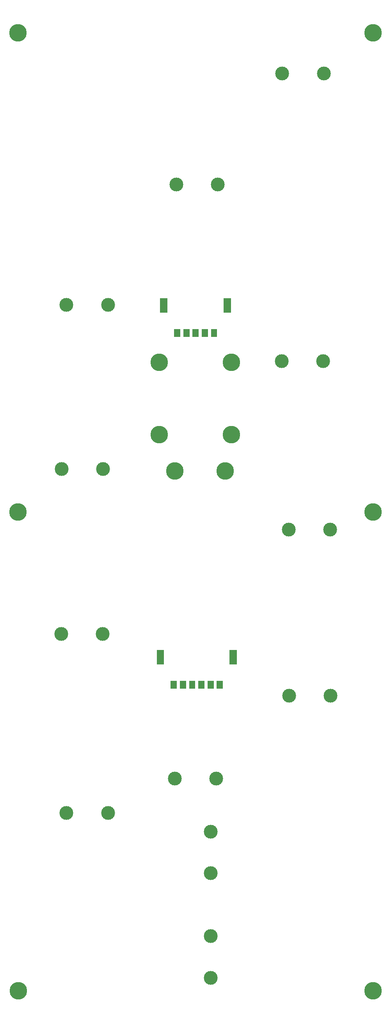
<source format=gbs>
%TF.GenerationSoftware,KiCad,Pcbnew,8.0.4*%
%TF.CreationDate,2024-12-03T20:52:04-08:00*%
%TF.ProjectId,Stationary_X_Panel,53746174-696f-46e6-9172-795f585f5061,1c*%
%TF.SameCoordinates,Original*%
%TF.FileFunction,Soldermask,Bot*%
%TF.FilePolarity,Negative*%
%FSLAX46Y46*%
G04 Gerber Fmt 4.6, Leading zero omitted, Abs format (unit mm)*
G04 Created by KiCad (PCBNEW 8.0.4) date 2024-12-03 20:52:04*
%MOMM*%
%LPD*%
G01*
G04 APERTURE LIST*
%ADD10C,0.010000*%
%ADD11C,2.600000*%
%ADD12C,3.800000*%
%ADD13C,3.000000*%
G04 APERTURE END LIST*
D10*
%TO.C,J3*%
X63406200Y-85901200D02*
X61903800Y-85901200D01*
X61903800Y-82848800D01*
X63406200Y-82848800D01*
X63406200Y-85901200D01*
G36*
X63406200Y-85901200D02*
G01*
X61903800Y-85901200D01*
X61903800Y-82848800D01*
X63406200Y-82848800D01*
X63406200Y-85901200D01*
G37*
X66176200Y-91151200D02*
X64923800Y-91151200D01*
X64923800Y-89548800D01*
X66176200Y-89548800D01*
X66176200Y-91151200D01*
G36*
X66176200Y-91151200D02*
G01*
X64923800Y-91151200D01*
X64923800Y-89548800D01*
X66176200Y-89548800D01*
X66176200Y-91151200D01*
G37*
X68176200Y-91151200D02*
X66923800Y-91151200D01*
X66923800Y-89548800D01*
X68176200Y-89548800D01*
X68176200Y-91151200D01*
G36*
X68176200Y-91151200D02*
G01*
X66923800Y-91151200D01*
X66923800Y-89548800D01*
X68176200Y-89548800D01*
X68176200Y-91151200D01*
G37*
X70176200Y-91151200D02*
X68923800Y-91151200D01*
X68923800Y-89548800D01*
X70176200Y-89548800D01*
X70176200Y-91151200D01*
G36*
X70176200Y-91151200D02*
G01*
X68923800Y-91151200D01*
X68923800Y-89548800D01*
X70176200Y-89548800D01*
X70176200Y-91151200D01*
G37*
X72176200Y-91151200D02*
X70923800Y-91151200D01*
X70923800Y-89548800D01*
X72176200Y-89548800D01*
X72176200Y-91151200D01*
G36*
X72176200Y-91151200D02*
G01*
X70923800Y-91151200D01*
X70923800Y-89548800D01*
X72176200Y-89548800D01*
X72176200Y-91151200D01*
G37*
X74176200Y-91151200D02*
X72923800Y-91151200D01*
X72923800Y-89548800D01*
X74176200Y-89548800D01*
X74176200Y-91151200D01*
G36*
X74176200Y-91151200D02*
G01*
X72923800Y-91151200D01*
X72923800Y-89548800D01*
X74176200Y-89548800D01*
X74176200Y-91151200D01*
G37*
X77196200Y-85901200D02*
X75693800Y-85901200D01*
X75693800Y-82848800D01*
X77196200Y-82848800D01*
X77196200Y-85901200D01*
G36*
X77196200Y-85901200D02*
G01*
X75693800Y-85901200D01*
X75693800Y-82848800D01*
X77196200Y-82848800D01*
X77196200Y-85901200D01*
G37*
%TO.C,J1*%
X62661200Y-162151200D02*
X61158800Y-162151200D01*
X61158800Y-159098800D01*
X62661200Y-159098800D01*
X62661200Y-162151200D01*
G36*
X62661200Y-162151200D02*
G01*
X61158800Y-162151200D01*
X61158800Y-159098800D01*
X62661200Y-159098800D01*
X62661200Y-162151200D01*
G37*
X65431200Y-167401200D02*
X64178800Y-167401200D01*
X64178800Y-165798800D01*
X65431200Y-165798800D01*
X65431200Y-167401200D01*
G36*
X65431200Y-167401200D02*
G01*
X64178800Y-167401200D01*
X64178800Y-165798800D01*
X65431200Y-165798800D01*
X65431200Y-167401200D01*
G37*
X67431200Y-167401200D02*
X66178800Y-167401200D01*
X66178800Y-165798800D01*
X67431200Y-165798800D01*
X67431200Y-167401200D01*
G36*
X67431200Y-167401200D02*
G01*
X66178800Y-167401200D01*
X66178800Y-165798800D01*
X67431200Y-165798800D01*
X67431200Y-167401200D01*
G37*
X69431200Y-167401200D02*
X68178800Y-167401200D01*
X68178800Y-165798800D01*
X69431200Y-165798800D01*
X69431200Y-167401200D01*
G36*
X69431200Y-167401200D02*
G01*
X68178800Y-167401200D01*
X68178800Y-165798800D01*
X69431200Y-165798800D01*
X69431200Y-167401200D01*
G37*
X71431200Y-167401200D02*
X70178800Y-167401200D01*
X70178800Y-165798800D01*
X71431200Y-165798800D01*
X71431200Y-167401200D01*
G36*
X71431200Y-167401200D02*
G01*
X70178800Y-167401200D01*
X70178800Y-165798800D01*
X71431200Y-165798800D01*
X71431200Y-167401200D01*
G37*
X73431200Y-167401200D02*
X72178800Y-167401200D01*
X72178800Y-165798800D01*
X73431200Y-165798800D01*
X73431200Y-167401200D01*
G36*
X73431200Y-167401200D02*
G01*
X72178800Y-167401200D01*
X72178800Y-165798800D01*
X73431200Y-165798800D01*
X73431200Y-167401200D01*
G37*
X75431200Y-167401200D02*
X74178800Y-167401200D01*
X74178800Y-165798800D01*
X75431200Y-165798800D01*
X75431200Y-167401200D01*
G36*
X75431200Y-167401200D02*
G01*
X74178800Y-167401200D01*
X74178800Y-165798800D01*
X75431200Y-165798800D01*
X75431200Y-167401200D01*
G37*
X78451200Y-162151200D02*
X76948800Y-162151200D01*
X76948800Y-159098800D01*
X78451200Y-159098800D01*
X78451200Y-162151200D01*
G36*
X78451200Y-162151200D02*
G01*
X76948800Y-162151200D01*
X76948800Y-159098800D01*
X78451200Y-159098800D01*
X78451200Y-162151200D01*
G37*
%TD*%
D11*
%TO.C,H12*%
X108075000Y-129165000D03*
D12*
X108075000Y-129165000D03*
%TD*%
D13*
%TO.C,SC8*%
X97285000Y-96475000D03*
X88285000Y-96475000D03*
%TD*%
%TO.C,SC2*%
X50585000Y-84275000D03*
X41585000Y-84275000D03*
%TD*%
D11*
%TO.C,H8*%
X31095000Y-232915000D03*
D12*
X31095000Y-232915000D03*
%TD*%
D13*
%TO.C,SC1*%
X65395000Y-58275000D03*
X74395000Y-58275000D03*
%TD*%
%TO.C,SC12*%
X72915000Y-207435000D03*
X72915000Y-198435000D03*
%TD*%
%TO.C,SC11*%
X74075000Y-186925000D03*
X65075000Y-186925000D03*
%TD*%
%TO.C,SC9*%
X98805000Y-132995000D03*
X89805000Y-132995000D03*
%TD*%
D11*
%TO.C,H9*%
X31075000Y-129155000D03*
D12*
X31075000Y-129155000D03*
%TD*%
D11*
%TO.C,H3*%
X61666115Y-112421156D03*
D12*
X61666115Y-112421156D03*
%TD*%
D13*
%TO.C,SC7*%
X88395000Y-34205000D03*
X97395000Y-34205000D03*
%TD*%
D11*
%TO.C,H10*%
X31085000Y-25415000D03*
D12*
X31085000Y-25415000D03*
%TD*%
D11*
%TO.C,H2*%
X76045000Y-120315000D03*
D12*
X76045000Y-120315000D03*
%TD*%
D13*
%TO.C,SC6*%
X72915000Y-230075000D03*
X72915000Y-221075000D03*
%TD*%
D11*
%TO.C,H5*%
X61666115Y-96723386D03*
D12*
X61666115Y-96723386D03*
%TD*%
D13*
%TO.C,SC5*%
X50565000Y-194405000D03*
X41565000Y-194405000D03*
%TD*%
D11*
%TO.C,H7*%
X108075000Y-232905000D03*
D12*
X108075000Y-232905000D03*
%TD*%
D11*
%TO.C,H4*%
X77363885Y-112421156D03*
D12*
X77363885Y-112421156D03*
%TD*%
D11*
%TO.C,H11*%
X108095000Y-25405000D03*
D12*
X108095000Y-25405000D03*
%TD*%
D13*
%TO.C,SC4*%
X49435000Y-155595000D03*
X40435000Y-155595000D03*
%TD*%
%TO.C,SC3*%
X49515000Y-119875000D03*
X40515000Y-119875000D03*
%TD*%
%TO.C,SC10*%
X98855000Y-169015000D03*
X89855000Y-169015000D03*
%TD*%
D11*
%TO.C,H6*%
X77363885Y-96723386D03*
D12*
X77363885Y-96723386D03*
%TD*%
D11*
%TO.C,H1*%
X65100000Y-120315000D03*
D12*
X65100000Y-120315000D03*
%TD*%
M02*

</source>
